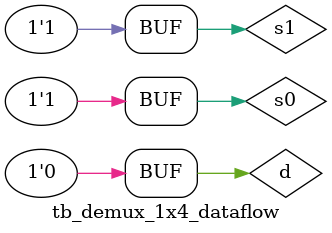
<source format=v>
module tb_demux_1x4_dataflow;
    reg d, s0, s1;
    wire y0, y1, y2, y3;

    demux_1x4_dataflow uut(d, s0, s1, y0, y1, y2, y3);

    initial
    begin
    
        d = 1'b1;

        s0 = 1'b0; s1 = 1'b0;  // Expect y0 = 1, others = 0
        #5;
        s0 = 1'b0; s1 = 1'b1;  // Expect y1 = 1, others = 0
        #5;
        s0 = 1'b1; s1 = 1'b0;  // Expect y2 = 1, others = 0
        #5;
        s0 = 1'b1; s1 = 1'b1;  // Expect y3 = 1, others = 0
        #5;

        d = 1'b0;  // Testing when input is 0 (all outputs should be 0)
        s0 = 1'b0; s1 = 1'b0;
        #5;
        s0 = 1'b0; s1 = 1'b1;
        #5;
        s0 = 1'b1; s1 = 1'b0;
        #5;
        s0 = 1'b1; s1 = 1'b1;
    end
endmodule
</source>
